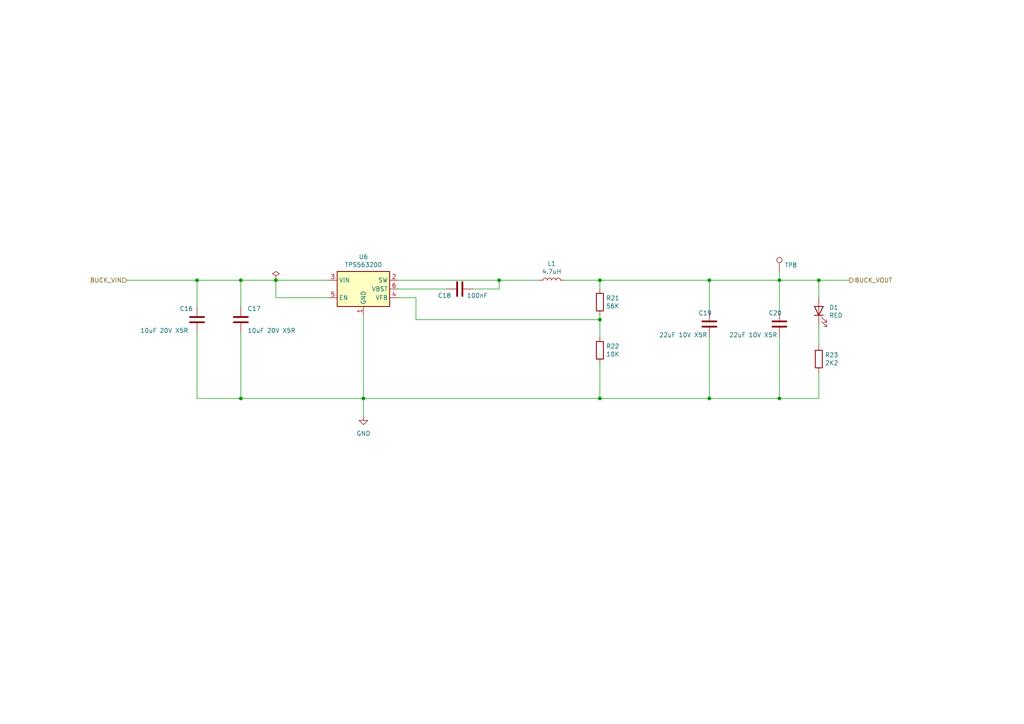
<source format=kicad_sch>
(kicad_sch (version 20230121) (generator eeschema)
  (paper "A4")
  (title_block (title "PSU - TPS563200 Buck Regulator") (date "2021-06-05") (rev "B") (company "Created by C Sutton"))
  (lib_symbols
    (symbol "Connector:TestPoint" (pin_numbers hide) (pin_names (offset 0.762) hide)
      (property "Reference" "TP" (at 0 6.858 0))
      (property "Value" "TestPoint" (at 0 5.08 0))
      (symbol "TestPoint_0_1"
        (circle (center 0 3.302) (radius 0.762))
      )
      (symbol "TestPoint_1_1"
        (pin passive line (at 0 0 90) (length 2.54) (name "1") (number "1"))
      )
    )
    (symbol "Device:C" (pin_numbers hide) (pin_names (offset 0.254))
      (property "Reference" "C" (at 0.635 2.54 0))
      (property "Value" "C" (at 0.635 -2.54 0))
      (symbol "C_0_1"
        (polyline (pts (xy -2.032 -0.762) (xy 2.032 -0.762)) (stroke (width 0.508)))
        (polyline (pts (xy -2.032 0.762) (xy 2.032 0.762)) (stroke (width 0.508)))
      )
      (symbol "C_1_1"
        (pin passive line (at 0 3.81 270) (length 2.794) (name "~") (number "1"))
        (pin passive line (at 0 -3.81 90) (length 2.794) (name "~") (number "2"))
      )
    )
    (symbol "Device:L" (pin_numbers hide) (pin_names (offset 1.016) hide)
      (property "Reference" "L" (at -1.27 0 90))
      (property "Value" "L" (at 1.905 0 90))
      (symbol "L_0_1"
        (arc (start 0 -2.54) (mid 0.6323 -1.905) (end 0 -1.27))
        (arc (start 0 -1.27) (mid 0.6323 -0.635) (end 0 0))
        (arc (start 0 0) (mid 0.6323 0.635) (end 0 1.27))
        (arc (start 0 1.27) (mid 0.6323 1.905) (end 0 2.54))
      )
      (symbol "L_1_1"
        (pin passive line (at 0 3.81 270) (length 1.27) (name "1") (number "1"))
        (pin passive line (at 0 -3.81 90) (length 1.27) (name "2") (number "2"))
      )
    )
    (symbol "Device:LED" (pin_numbers hide) (pin_names (offset 1.016) hide)
      (property "Reference" "D" (at 0 2.54 0))
      (property "Value" "LED" (at 0 -2.54 0))
      (symbol "LED_0_1"
        (polyline (pts (xy -1.27 -1.27) (xy -1.27 1.27)) (stroke (width 0.254)))
        (polyline (pts (xy -1.27 0) (xy 1.27 0)))
        (polyline (pts (xy 1.27 -1.27) (xy 1.27 1.27) (xy -1.27 0) (xy 1.27 -1.27)) (stroke (width 0.254)))
        (polyline (pts (xy -3.048 -0.762) (xy -4.572 -2.286) (xy -3.81 -2.286) (xy -4.572 -2.286) (xy -4.572 -1.524)))
        (polyline (pts (xy -1.778 -0.762) (xy -3.302 -2.286) (xy -2.54 -2.286) (xy -3.302 -2.286) (xy -3.302 -1.524)))
      )
      (symbol "LED_1_1"
        (pin passive line (at -3.81 0 0) (length 2.54) (name "K") (number "1"))
        (pin passive line (at 3.81 0 180) (length 2.54) (name "A") (number "2"))
      )
    )
    (symbol "Device:R" (pin_numbers hide) (pin_names (offset 0))
      (property "Reference" "R" (at 2.032 0 90))
      (property "Value" "R" (at 0 0 90))
      (symbol "R_0_1"
        (rectangle (start -1.016 -2.54) (end 1.016 2.54) (stroke (width 0.254)))
      )
      (symbol "R_1_1"
        (pin passive line (at 0 3.81 270) (length 1.27) (name "~") (number "1"))
        (pin passive line (at 0 -3.81 90) (length 1.27) (name "~") (number "2"))
      )
    )
    (symbol "Regulator_Switching:TPS563200"
      (property "Reference" "U" (at -7.62 6.35 0))
      (property "Value" "TPS563200" (at -2.54 6.35 0))
      (symbol "TPS563200_0_1"
        (rectangle (start -7.62 5.08) (end 7.62 -5.08) (stroke (width 0.254)) (fill (type background)))
      )
      (symbol "TPS563200_1_1"
        (pin power_in line (at 0 -7.62 90) (length 2.54) (name "GND") (number "1"))
        (pin output line (at 10.16 2.54 180) (length 2.54) (name "SW") (number "2"))
        (pin power_in line (at -10.16 2.54 0) (length 2.54) (name "VIN") (number "3"))
        (pin input line (at 10.16 -2.54 180) (length 2.54) (name "VFB") (number "4"))
        (pin input line (at -10.16 -2.54 0) (length 2.54) (name "EN") (number "5"))
        (pin passive line (at 10.16 0 180) (length 2.54) (name "VBST") (number "6"))
      )
    )
    (symbol "power:GND" (power) (pin_names (offset 0))
      (property "Value" "GND" (at 0 -3.81 0))
      (symbol "GND_0_1"
        (polyline (pts (xy 0 0) (xy 0 -1.27) (xy 1.27 -1.27) (xy 0 -2.54) (xy -1.27 -1.27) (xy 0 -1.27)))
      )
      (symbol "GND_1_1"
        (pin power_in line (at 0 0 270) (length 0) hide (name "GND") (number "1"))
      )
    )
    (symbol "power:PWR_FLAG" (power) (pin_numbers hide) (pin_names (offset 0) hide)
      (property "Value" "PWR_FLAG" (at 0 3.81 0))
      (symbol "PWR_FLAG_0_0"
        (pin power_out line (at 0 0 90) (length 0) (name "pwr") (number "1"))
      )
      (symbol "PWR_FLAG_0_1"
        (polyline (pts (xy 0 0) (xy 0 1.27) (xy -1.016 1.905) (xy 0 2.54) (xy 1.016 1.905) (xy 0 1.27)))
      )
    )
  )
  (junction (at 226.06 115.57))
  (junction (at 237.49 81.28))
  (junction (at 69.85 81.28))
  (junction (at 57.15 81.28))
  (junction (at 226.06 81.28))
  (junction (at 144.78 81.28))
  (junction (at 105.41 115.57))
  (junction (at 205.74 81.28))
  (junction (at 173.99 92.71))
  (junction (at 173.99 115.57))
  (junction (at 80.01 81.28))
  (junction (at 205.74 115.57))
  (junction (at 69.85 115.57))
  (junction (at 173.99 81.28))
  (wire (pts (xy 80.01 86.36) (xy 80.01 81.28)))
  (wire (pts (xy 115.57 83.82) (xy 129.54 83.82)))
  (wire (pts (xy 205.74 97.79) (xy 205.74 115.57)))
  (wire (pts (xy 226.06 81.28) (xy 226.06 78.74)))
  (wire (pts (xy 69.85 115.57) (xy 105.41 115.57)))
  (wire (pts (xy 173.99 105.41) (xy 173.99 115.57)))
  (wire (pts (xy 173.99 81.28) (xy 205.74 81.28)))
  (wire (pts (xy 173.99 115.57) (xy 205.74 115.57)))
  (wire (pts (xy 57.15 96.52) (xy 57.15 115.57)))
  (wire (pts (xy 226.06 115.57) (xy 237.49 115.57)))
  (wire (pts (xy 120.65 92.71) (xy 120.65 86.36)))
  (wire (pts (xy 115.57 81.28) (xy 144.78 81.28)))
  (wire (pts (xy 144.78 83.82) (xy 144.78 81.28)))
  (wire (pts (xy 57.15 81.28) (xy 69.85 81.28)))
  (wire (pts (xy 57.15 81.28) (xy 36.83 81.28)))
  (wire (pts (xy 237.49 86.36) (xy 237.49 81.28)))
  (wire (pts (xy 105.41 91.44) (xy 105.41 115.57)))
  (wire (pts (xy 173.99 92.71) (xy 173.99 91.44)))
  (wire (pts (xy 205.74 115.57) (xy 226.06 115.57)))
  (wire (pts (xy 226.06 90.17) (xy 226.06 81.28)))
  (wire (pts (xy 144.78 81.28) (xy 156.21 81.28)))
  (wire (pts (xy 237.49 107.95) (xy 237.49 115.57)))
  (wire (pts (xy 57.15 88.9) (xy 57.15 81.28)))
  (wire (pts (xy 95.25 86.36) (xy 80.01 86.36)))
  (wire (pts (xy 237.49 81.28) (xy 246.38 81.28)))
  (wire (pts (xy 173.99 115.57) (xy 105.41 115.57)))
  (wire (pts (xy 226.06 97.79) (xy 226.06 115.57)))
  (wire (pts (xy 173.99 92.71) (xy 120.65 92.71)))
  (wire (pts (xy 226.06 81.28) (xy 237.49 81.28)))
  (wire (pts (xy 57.15 115.57) (xy 69.85 115.57)))
  (wire (pts (xy 120.65 86.36) (xy 115.57 86.36)))
  (wire (pts (xy 95.25 81.28) (xy 80.01 81.28)))
  (wire (pts (xy 69.85 81.28) (xy 80.01 81.28)))
  (wire (pts (xy 163.83 81.28) (xy 173.99 81.28)))
  (wire (pts (xy 69.85 88.9) (xy 69.85 81.28)))
  (wire (pts (xy 173.99 81.28) (xy 173.99 83.82)))
  (wire (pts (xy 237.49 100.33) (xy 237.49 93.98)))
  (wire (pts (xy 205.74 81.28) (xy 205.74 90.17)))
  (wire (pts (xy 205.74 81.28) (xy 226.06 81.28)))
  (wire (pts (xy 105.41 115.57) (xy 105.41 120.65)))
  (wire (pts (xy 173.99 97.79) (xy 173.99 92.71)))
  (wire (pts (xy 137.16 83.82) (xy 144.78 83.82)))
  (wire (pts (xy 69.85 96.52) (xy 69.85 115.57)))
  (hierarchical_label "BUCK_VIN" (shape input) (at 36.83 81.28 180))
  (hierarchical_label "BUCK_VOUT" (shape output) (at 246.38 81.28 0))
  (symbol (lib_id "Regulator_Switching:TPS563200") (at 105.41 83.82 0) (unit 1)
    (property "Reference" "U6" (at 105.41 74.4982 0))
    (property "Value" "TPS563200" (at 105.41 76.8096 0))
    (property "Footprint" "Package_TO_SOT_SMD:SOT-23-6" (effects hide))
    (property "Datasheet" "${KIPRJMOD}/../../docs/datasheet/tps563200.pdf" (effects hide))
  )
  (symbol (lib_id "Device:C") (at 57.15 92.71 0) (unit 1)
    (property "Reference" "C16" (at 52.07 89.535 0) (effects (justify left)))
    (property "Value" "10uF 20V X5R" (at 40.64 95.885 0) (effects (justify left)))
    (property "Footprint" "Resistor_SMD:R_1206_3216Metric_Pad1.30x1.75mm_HandSolder" (effects hide))
  )
  (symbol (lib_id "Device:C") (at 69.85 92.71 0) (unit 1)
    (property "Reference" "C17" (at 71.755 89.535 0) (effects (justify left)))
    (property "Value" "10uF 20V X5R" (at 71.755 95.885 0) (effects (justify left)))
    (property "Footprint" "Resistor_SMD:R_1206_3216Metric_Pad1.30x1.75mm_HandSolder" (effects hide))
  )
  (symbol (lib_id "Device:L") (at 160.02 81.28 90) (unit 1)
    (property "Reference" "L1" (at 160.02 76.454 90))
    (property "Value" "4.7uH" (at 160.02 78.7654 90))
    (property "Footprint" "Inductor_SMD:L_Taiyo-Yuden_NR-80xx_HandSoldering" (effects hide))
    (property "Datasheet" "${KIPRJMOD}/../../docs/datasheet/2108131830_SXN-Shun-Xiang-Nuo-Elec-SMNR6028-4R7MT_C266428.pdf" (effects hide))
    (property "LcscNo" "C266428" (effects hide))
  )
  (symbol (lib_id "Device:C") (at 133.35 83.82 90) (unit 1)
    (property "Reference" "C18" (at 128.905 85.725 90))
    (property "Value" "100nF" (at 138.43 85.725 90))
    (property "Footprint" "Capacitor_SMD:C_0805_2012Metric_Pad1.18x1.45mm_HandSolder" (effects hide))
  )
  (symbol (lib_id "Device:R") (at 173.99 87.63 0) (unit 1)
    (property "Reference" "R21" (at 175.768 86.4616 0) (effects (justify left)))
    (property "Value" "56K" (at 175.768 88.773 0) (effects (justify left)))
    (property "Footprint" "Resistor_SMD:R_0805_2012Metric_Pad1.20x1.40mm_HandSolder" (effects hide))
  )
  (symbol (lib_id "Device:R") (at 173.99 101.6 0) (unit 1)
    (property "Reference" "R22" (at 175.768 100.4316 0) (effects (justify left)))
    (property "Value" "10K" (at 175.768 102.743 0) (effects (justify left)))
    (property "Footprint" "Resistor_SMD:R_0805_2012Metric_Pad1.20x1.40mm_HandSolder" (effects hide))
  )
  (symbol (lib_id "Device:C") (at 205.74 93.98 0) (unit 1)
    (property "Reference" "C19" (at 202.565 90.805 0) (effects (justify left)))
    (property "Value" "22uF 10V X5R" (at 191.135 97.155 0) (effects (justify left)))
    (property "Footprint" "Resistor_SMD:R_1206_3216Metric_Pad1.30x1.75mm_HandSolder" (effects hide))
  )
  (symbol (lib_id "Device:C") (at 226.06 93.98 0) (unit 1)
    (property "Reference" "C20" (at 222.885 90.805 0) (effects (justify left)))
    (property "Value" "22uF 10V X5R" (at 211.455 97.155 0) (effects (justify left)))
    (property "Footprint" "Resistor_SMD:R_1206_3216Metric_Pad1.30x1.75mm_HandSolder" (effects hide))
  )
  (symbol (lib_id "Connector:TestPoint") (at 226.06 78.74 0) (unit 1)
    (property "Reference" "TP8" (at 227.5332 76.9112 0) (effects (justify left)))
    (property "Value" "TestPoint" (effects hide))
    (property "Footprint" "TestPoint:TestPoint_Pad_D1.0mm" (effects hide))
  )
  (symbol (lib_id "Device:LED") (at 237.49 90.17 90) (unit 1)
    (property "Reference" "D1" (at 240.4872 89.1794 90) (effects (justify right)))
    (property "Value" "RED" (at 240.4872 91.4908 90) (effects (justify right)))
    (property "Footprint" "LED_SMD:LED_0805_2012Metric_Pad1.15x1.40mm_HandSolder" (effects hide))
    (property "LcscNo" "C2293" (effects hide))
  )
  (symbol (lib_id "Device:R") (at 237.49 104.14 0) (unit 1)
    (property "Reference" "R23" (at 239.268 102.9716 0) (effects (justify left)))
    (property "Value" "2K2" (at 239.268 105.283 0) (effects (justify left)))
    (property "Footprint" "Resistor_SMD:R_0805_2012Metric_Pad1.20x1.40mm_HandSolder" (effects hide))
  )
  (symbol (lib_id "power:GND") (at 105.41 120.65 0) (unit 1)
    (property "Reference" "#PWR066" (effects hide))
    (property "Value" "GND" (at 105.41 125.73 0))
  )
  (symbol (lib_id "power:PWR_FLAG") (at 80.01 81.28 0) (unit 1)
    (property "Reference" "#FLG08" (effects hide))
    (property "Value" "PWR_FLAG" (effects hide))
    (instances (project "adsr_vca_fx" (path "" (reference "#FLG08") (unit 1)) (path "" (reference "#FLG06") (unit 1))))
  )
)
</source>
